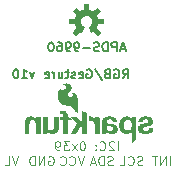
<source format=gbo>
%TF.GenerationSoftware,KiCad,Pcbnew,5.1.8-db9833491~88~ubuntu20.04.1*%
%TF.CreationDate,2020-12-19T13:22:12+05:30*%
%TF.ProjectId,SparkFun_APDS-9960_RGB_and_Gesture_Sensor,53706172-6b46-4756-9e5f-415044532d39,rev?*%
%TF.SameCoordinates,Original*%
%TF.FileFunction,Legend,Bot*%
%TF.FilePolarity,Positive*%
%FSLAX46Y46*%
G04 Gerber Fmt 4.6, Leading zero omitted, Abs format (unit mm)*
G04 Created by KiCad (PCBNEW 5.1.8-db9833491~88~ubuntu20.04.1) date 2020-12-19 13:22:12*
%MOMM*%
%LPD*%
G01*
G04 APERTURE LIST*
%ADD10C,0.127000*%
%ADD11C,0.121920*%
%ADD12C,0.100000*%
%ADD13C,2.082800*%
%ADD14C,3.302000*%
G04 APERTURE END LIST*
D10*
X130193142Y-85815714D02*
X130011714Y-86323714D01*
X129830285Y-85815714D01*
X129140857Y-86323714D02*
X129576285Y-86323714D01*
X129358571Y-86323714D02*
X129358571Y-85561714D01*
X129431142Y-85670571D01*
X129503714Y-85743142D01*
X129576285Y-85779428D01*
X128669142Y-85561714D02*
X128596571Y-85561714D01*
X128524000Y-85598000D01*
X128487714Y-85634285D01*
X128451428Y-85706857D01*
X128415142Y-85852000D01*
X128415142Y-86033428D01*
X128451428Y-86178571D01*
X128487714Y-86251142D01*
X128524000Y-86287428D01*
X128596571Y-86323714D01*
X128669142Y-86323714D01*
X128741714Y-86287428D01*
X128778000Y-86251142D01*
X128814285Y-86178571D01*
X128850571Y-86033428D01*
X128850571Y-85852000D01*
X128814285Y-85706857D01*
X128778000Y-85634285D01*
X128741714Y-85598000D01*
X128669142Y-85561714D01*
D11*
X131398312Y-92953840D02*
X131471851Y-92917070D01*
X131582160Y-92917070D01*
X131692468Y-92953840D01*
X131766007Y-93027379D01*
X131802777Y-93100918D01*
X131839546Y-93247996D01*
X131839546Y-93358304D01*
X131802777Y-93505382D01*
X131766007Y-93578921D01*
X131692468Y-93652460D01*
X131582160Y-93689230D01*
X131508620Y-93689230D01*
X131398312Y-93652460D01*
X131361542Y-93615691D01*
X131361542Y-93358304D01*
X131508620Y-93358304D01*
X131030617Y-93689230D02*
X131030617Y-92917070D01*
X130589382Y-93689230D01*
X130589382Y-92917070D01*
X130221687Y-93689230D02*
X130221687Y-92917070D01*
X130037840Y-92917070D01*
X129927531Y-92953840D01*
X129853992Y-93027379D01*
X129817222Y-93100918D01*
X129780453Y-93247996D01*
X129780453Y-93358304D01*
X129817222Y-93505382D01*
X129853992Y-93578921D01*
X129927531Y-93652460D01*
X130037840Y-93689230D01*
X130221687Y-93689230D01*
X134379546Y-92917070D02*
X134122160Y-93689230D01*
X133864773Y-92917070D01*
X133166152Y-93615691D02*
X133202921Y-93652460D01*
X133313230Y-93689230D01*
X133386769Y-93689230D01*
X133497078Y-93652460D01*
X133570617Y-93578921D01*
X133607386Y-93505382D01*
X133644156Y-93358304D01*
X133644156Y-93247996D01*
X133607386Y-93100918D01*
X133570617Y-93027379D01*
X133497078Y-92953840D01*
X133386769Y-92917070D01*
X133313230Y-92917070D01*
X133202921Y-92953840D01*
X133166152Y-92990609D01*
X132393992Y-93615691D02*
X132430761Y-93652460D01*
X132541070Y-93689230D01*
X132614609Y-93689230D01*
X132724918Y-93652460D01*
X132798457Y-93578921D01*
X132835226Y-93505382D01*
X132871996Y-93358304D01*
X132871996Y-93247996D01*
X132835226Y-93100918D01*
X132798457Y-93027379D01*
X132724918Y-92953840D01*
X132614609Y-92917070D01*
X132541070Y-92917070D01*
X132430761Y-92953840D01*
X132393992Y-92990609D01*
X136827622Y-93652460D02*
X136717314Y-93689230D01*
X136533466Y-93689230D01*
X136459927Y-93652460D01*
X136423158Y-93615691D01*
X136386388Y-93542152D01*
X136386388Y-93468613D01*
X136423158Y-93395074D01*
X136459927Y-93358304D01*
X136533466Y-93321535D01*
X136680544Y-93284765D01*
X136754083Y-93247996D01*
X136790853Y-93211226D01*
X136827622Y-93137687D01*
X136827622Y-93064148D01*
X136790853Y-92990609D01*
X136754083Y-92953840D01*
X136680544Y-92917070D01*
X136496697Y-92917070D01*
X136386388Y-92953840D01*
X136055462Y-93689230D02*
X136055462Y-92917070D01*
X135871615Y-92917070D01*
X135761306Y-92953840D01*
X135687767Y-93027379D01*
X135650998Y-93100918D01*
X135614228Y-93247996D01*
X135614228Y-93358304D01*
X135650998Y-93505382D01*
X135687767Y-93578921D01*
X135761306Y-93652460D01*
X135871615Y-93689230D01*
X136055462Y-93689230D01*
X135320072Y-93468613D02*
X134952377Y-93468613D01*
X135393611Y-93689230D02*
X135136224Y-92917070D01*
X134878838Y-93689230D01*
X139349238Y-93652460D02*
X139238929Y-93689230D01*
X139055081Y-93689230D01*
X138981542Y-93652460D01*
X138944773Y-93615691D01*
X138908003Y-93542152D01*
X138908003Y-93468613D01*
X138944773Y-93395074D01*
X138981542Y-93358304D01*
X139055081Y-93321535D01*
X139202160Y-93284765D01*
X139275699Y-93247996D01*
X139312468Y-93211226D01*
X139349238Y-93137687D01*
X139349238Y-93064148D01*
X139312468Y-92990609D01*
X139275699Y-92953840D01*
X139202160Y-92917070D01*
X139018312Y-92917070D01*
X138908003Y-92953840D01*
X138135843Y-93615691D02*
X138172613Y-93652460D01*
X138282921Y-93689230D01*
X138356460Y-93689230D01*
X138466769Y-93652460D01*
X138540308Y-93578921D01*
X138577078Y-93505382D01*
X138613847Y-93358304D01*
X138613847Y-93247996D01*
X138577078Y-93100918D01*
X138540308Y-93027379D01*
X138466769Y-92953840D01*
X138356460Y-92917070D01*
X138282921Y-92917070D01*
X138172613Y-92953840D01*
X138135843Y-92990609D01*
X137437222Y-93689230D02*
X137804918Y-93689230D01*
X137804918Y-92917070D01*
X141668620Y-93689230D02*
X141668620Y-92917070D01*
X141300925Y-93689230D02*
X141300925Y-92917070D01*
X140859691Y-93689230D01*
X140859691Y-92917070D01*
X140602304Y-92917070D02*
X140161070Y-92917070D01*
X140381687Y-93689230D02*
X140381687Y-92917070D01*
D10*
X137849428Y-83820000D02*
X137486571Y-83820000D01*
X137922000Y-84037714D02*
X137668000Y-83275714D01*
X137414000Y-84037714D01*
X137160000Y-84037714D02*
X137160000Y-83275714D01*
X136869714Y-83275714D01*
X136797142Y-83312000D01*
X136760857Y-83348285D01*
X136724571Y-83420857D01*
X136724571Y-83529714D01*
X136760857Y-83602285D01*
X136797142Y-83638571D01*
X136869714Y-83674857D01*
X137160000Y-83674857D01*
X136398000Y-84037714D02*
X136398000Y-83275714D01*
X136216571Y-83275714D01*
X136107714Y-83312000D01*
X136035142Y-83384571D01*
X135998857Y-83457142D01*
X135962571Y-83602285D01*
X135962571Y-83711142D01*
X135998857Y-83856285D01*
X136035142Y-83928857D01*
X136107714Y-84001428D01*
X136216571Y-84037714D01*
X136398000Y-84037714D01*
X135672285Y-84001428D02*
X135563428Y-84037714D01*
X135382000Y-84037714D01*
X135309428Y-84001428D01*
X135273142Y-83965142D01*
X135236857Y-83892571D01*
X135236857Y-83820000D01*
X135273142Y-83747428D01*
X135309428Y-83711142D01*
X135382000Y-83674857D01*
X135527142Y-83638571D01*
X135599714Y-83602285D01*
X135636000Y-83566000D01*
X135672285Y-83493428D01*
X135672285Y-83420857D01*
X135636000Y-83348285D01*
X135599714Y-83312000D01*
X135527142Y-83275714D01*
X135345714Y-83275714D01*
X135236857Y-83312000D01*
X134910285Y-83747428D02*
X134329714Y-83747428D01*
X133930571Y-84037714D02*
X133785428Y-84037714D01*
X133712857Y-84001428D01*
X133676571Y-83965142D01*
X133604000Y-83856285D01*
X133567714Y-83711142D01*
X133567714Y-83420857D01*
X133604000Y-83348285D01*
X133640285Y-83312000D01*
X133712857Y-83275714D01*
X133858000Y-83275714D01*
X133930571Y-83312000D01*
X133966857Y-83348285D01*
X134003142Y-83420857D01*
X134003142Y-83602285D01*
X133966857Y-83674857D01*
X133930571Y-83711142D01*
X133858000Y-83747428D01*
X133712857Y-83747428D01*
X133640285Y-83711142D01*
X133604000Y-83674857D01*
X133567714Y-83602285D01*
X133204857Y-84037714D02*
X133059714Y-84037714D01*
X132987142Y-84001428D01*
X132950857Y-83965142D01*
X132878285Y-83856285D01*
X132842000Y-83711142D01*
X132842000Y-83420857D01*
X132878285Y-83348285D01*
X132914571Y-83312000D01*
X132987142Y-83275714D01*
X133132285Y-83275714D01*
X133204857Y-83312000D01*
X133241142Y-83348285D01*
X133277428Y-83420857D01*
X133277428Y-83602285D01*
X133241142Y-83674857D01*
X133204857Y-83711142D01*
X133132285Y-83747428D01*
X132987142Y-83747428D01*
X132914571Y-83711142D01*
X132878285Y-83674857D01*
X132842000Y-83602285D01*
X132188857Y-83275714D02*
X132334000Y-83275714D01*
X132406571Y-83312000D01*
X132442857Y-83348285D01*
X132515428Y-83457142D01*
X132551714Y-83602285D01*
X132551714Y-83892571D01*
X132515428Y-83965142D01*
X132479142Y-84001428D01*
X132406571Y-84037714D01*
X132261428Y-84037714D01*
X132188857Y-84001428D01*
X132152571Y-83965142D01*
X132116285Y-83892571D01*
X132116285Y-83711142D01*
X132152571Y-83638571D01*
X132188857Y-83602285D01*
X132261428Y-83566000D01*
X132406571Y-83566000D01*
X132479142Y-83602285D01*
X132515428Y-83638571D01*
X132551714Y-83711142D01*
X131644571Y-83275714D02*
X131572000Y-83275714D01*
X131499428Y-83312000D01*
X131463142Y-83348285D01*
X131426857Y-83420857D01*
X131390571Y-83566000D01*
X131390571Y-83747428D01*
X131426857Y-83892571D01*
X131463142Y-83965142D01*
X131499428Y-84001428D01*
X131572000Y-84037714D01*
X131644571Y-84037714D01*
X131717142Y-84001428D01*
X131753428Y-83965142D01*
X131789714Y-83892571D01*
X131826000Y-83747428D01*
X131826000Y-83566000D01*
X131789714Y-83420857D01*
X131753428Y-83348285D01*
X131717142Y-83312000D01*
X131644571Y-83275714D01*
X137686142Y-86323714D02*
X137940142Y-85960857D01*
X138121571Y-86323714D02*
X138121571Y-85561714D01*
X137831285Y-85561714D01*
X137758714Y-85598000D01*
X137722428Y-85634285D01*
X137686142Y-85706857D01*
X137686142Y-85815714D01*
X137722428Y-85888285D01*
X137758714Y-85924571D01*
X137831285Y-85960857D01*
X138121571Y-85960857D01*
X136960428Y-85598000D02*
X137033000Y-85561714D01*
X137141857Y-85561714D01*
X137250714Y-85598000D01*
X137323285Y-85670571D01*
X137359571Y-85743142D01*
X137395857Y-85888285D01*
X137395857Y-85997142D01*
X137359571Y-86142285D01*
X137323285Y-86214857D01*
X137250714Y-86287428D01*
X137141857Y-86323714D01*
X137069285Y-86323714D01*
X136960428Y-86287428D01*
X136924142Y-86251142D01*
X136924142Y-85997142D01*
X137069285Y-85997142D01*
X136343571Y-85924571D02*
X136234714Y-85960857D01*
X136198428Y-85997142D01*
X136162142Y-86069714D01*
X136162142Y-86178571D01*
X136198428Y-86251142D01*
X136234714Y-86287428D01*
X136307285Y-86323714D01*
X136597571Y-86323714D01*
X136597571Y-85561714D01*
X136343571Y-85561714D01*
X136271000Y-85598000D01*
X136234714Y-85634285D01*
X136198428Y-85706857D01*
X136198428Y-85779428D01*
X136234714Y-85852000D01*
X136271000Y-85888285D01*
X136343571Y-85924571D01*
X136597571Y-85924571D01*
X135291285Y-85525428D02*
X135944428Y-86505142D01*
X134638142Y-85598000D02*
X134710714Y-85561714D01*
X134819571Y-85561714D01*
X134928428Y-85598000D01*
X135001000Y-85670571D01*
X135037285Y-85743142D01*
X135073571Y-85888285D01*
X135073571Y-85997142D01*
X135037285Y-86142285D01*
X135001000Y-86214857D01*
X134928428Y-86287428D01*
X134819571Y-86323714D01*
X134747000Y-86323714D01*
X134638142Y-86287428D01*
X134601857Y-86251142D01*
X134601857Y-85997142D01*
X134747000Y-85997142D01*
X133985000Y-86287428D02*
X134057571Y-86323714D01*
X134202714Y-86323714D01*
X134275285Y-86287428D01*
X134311571Y-86214857D01*
X134311571Y-85924571D01*
X134275285Y-85852000D01*
X134202714Y-85815714D01*
X134057571Y-85815714D01*
X133985000Y-85852000D01*
X133948714Y-85924571D01*
X133948714Y-85997142D01*
X134311571Y-86069714D01*
X133658428Y-86287428D02*
X133585857Y-86323714D01*
X133440714Y-86323714D01*
X133368142Y-86287428D01*
X133331857Y-86214857D01*
X133331857Y-86178571D01*
X133368142Y-86106000D01*
X133440714Y-86069714D01*
X133549571Y-86069714D01*
X133622142Y-86033428D01*
X133658428Y-85960857D01*
X133658428Y-85924571D01*
X133622142Y-85852000D01*
X133549571Y-85815714D01*
X133440714Y-85815714D01*
X133368142Y-85852000D01*
X133114142Y-85815714D02*
X132823857Y-85815714D01*
X133005285Y-85561714D02*
X133005285Y-86214857D01*
X132969000Y-86287428D01*
X132896428Y-86323714D01*
X132823857Y-86323714D01*
X132243285Y-85815714D02*
X132243285Y-86323714D01*
X132569857Y-85815714D02*
X132569857Y-86214857D01*
X132533571Y-86287428D01*
X132461000Y-86323714D01*
X132352142Y-86323714D01*
X132279571Y-86287428D01*
X132243285Y-86251142D01*
X131880428Y-86323714D02*
X131880428Y-85815714D01*
X131880428Y-85960857D02*
X131844142Y-85888285D01*
X131807857Y-85852000D01*
X131735285Y-85815714D01*
X131662714Y-85815714D01*
X131118428Y-86287428D02*
X131191000Y-86323714D01*
X131336142Y-86323714D01*
X131408714Y-86287428D01*
X131445000Y-86214857D01*
X131445000Y-85924571D01*
X131408714Y-85852000D01*
X131336142Y-85815714D01*
X131191000Y-85815714D01*
X131118428Y-85852000D01*
X131082142Y-85924571D01*
X131082142Y-85997142D01*
X131445000Y-86069714D01*
D11*
X137267405Y-92429390D02*
X137267405Y-91657230D01*
X136936480Y-91730769D02*
X136899710Y-91694000D01*
X136826171Y-91657230D01*
X136642323Y-91657230D01*
X136568784Y-91694000D01*
X136532015Y-91730769D01*
X136495245Y-91804308D01*
X136495245Y-91877847D01*
X136532015Y-91988156D01*
X136973249Y-92429390D01*
X136495245Y-92429390D01*
X135723085Y-92355851D02*
X135759855Y-92392620D01*
X135870163Y-92429390D01*
X135943702Y-92429390D01*
X136054011Y-92392620D01*
X136127550Y-92319081D01*
X136164320Y-92245542D01*
X136201089Y-92098464D01*
X136201089Y-91988156D01*
X136164320Y-91841078D01*
X136127550Y-91767539D01*
X136054011Y-91694000D01*
X135943702Y-91657230D01*
X135870163Y-91657230D01*
X135759855Y-91694000D01*
X135723085Y-91730769D01*
X135392160Y-92355851D02*
X135355390Y-92392620D01*
X135392160Y-92429390D01*
X135428929Y-92392620D01*
X135392160Y-92355851D01*
X135392160Y-92429390D01*
X135392160Y-91951386D02*
X135355390Y-91988156D01*
X135392160Y-92024925D01*
X135428929Y-91988156D01*
X135392160Y-91951386D01*
X135392160Y-92024925D01*
X134289074Y-91657230D02*
X134215535Y-91657230D01*
X134141996Y-91694000D01*
X134105226Y-91730769D01*
X134068457Y-91804308D01*
X134031687Y-91951386D01*
X134031687Y-92135234D01*
X134068457Y-92282312D01*
X134105226Y-92355851D01*
X134141996Y-92392620D01*
X134215535Y-92429390D01*
X134289074Y-92429390D01*
X134362613Y-92392620D01*
X134399382Y-92355851D01*
X134436152Y-92282312D01*
X134472921Y-92135234D01*
X134472921Y-91951386D01*
X134436152Y-91804308D01*
X134399382Y-91730769D01*
X134362613Y-91694000D01*
X134289074Y-91657230D01*
X133774300Y-92429390D02*
X133369836Y-91914617D01*
X133774300Y-91914617D02*
X133369836Y-92429390D01*
X133149219Y-91657230D02*
X132671215Y-91657230D01*
X132928601Y-91951386D01*
X132818293Y-91951386D01*
X132744754Y-91988156D01*
X132707984Y-92024925D01*
X132671215Y-92098464D01*
X132671215Y-92282312D01*
X132707984Y-92355851D01*
X132744754Y-92392620D01*
X132818293Y-92429390D01*
X133038910Y-92429390D01*
X133112449Y-92392620D01*
X133149219Y-92355851D01*
X132303520Y-92429390D02*
X132156441Y-92429390D01*
X132082902Y-92392620D01*
X132046133Y-92355851D01*
X131972594Y-92245542D01*
X131935824Y-92098464D01*
X131935824Y-91804308D01*
X131972594Y-91730769D01*
X132009363Y-91694000D01*
X132082902Y-91657230D01*
X132229980Y-91657230D01*
X132303520Y-91694000D01*
X132340289Y-91730769D01*
X132377059Y-91804308D01*
X132377059Y-91988156D01*
X132340289Y-92061695D01*
X132303520Y-92098464D01*
X132229980Y-92135234D01*
X132082902Y-92135234D01*
X132009363Y-92098464D01*
X131972594Y-92061695D01*
X131935824Y-91988156D01*
X128839927Y-92917070D02*
X128582540Y-93689230D01*
X128325154Y-92917070D01*
X127700072Y-93689230D02*
X128067767Y-93689230D01*
X128067767Y-92917070D01*
D12*
%TO.C,LOGO1*%
G36*
X139906000Y-90548000D02*
G01*
X139906000Y-90608000D01*
X139886000Y-90658000D01*
X139856000Y-90698000D01*
X139816000Y-90728000D01*
X139776000Y-90758000D01*
X139716000Y-90768000D01*
X139666000Y-90778000D01*
X139606000Y-90788000D01*
X139566000Y-90778000D01*
X139526000Y-90778000D01*
X139486000Y-90768000D01*
X139446000Y-90748000D01*
X139406000Y-90718000D01*
X139376000Y-90688000D01*
X139366000Y-90648000D01*
X139356000Y-90608000D01*
X139366000Y-90568000D01*
X139386000Y-90528000D01*
X139426000Y-90498000D01*
X139476000Y-90468000D01*
X139536000Y-90448000D01*
X139616000Y-90428000D01*
X139696000Y-90408000D01*
X139796000Y-90388000D01*
X139886000Y-90368000D01*
X139966000Y-90338000D01*
X140036000Y-90308000D01*
X140106000Y-90268000D01*
X140166000Y-90228000D01*
X140206000Y-90168000D01*
X140236000Y-90098000D01*
X140246000Y-90008000D01*
X140236000Y-89888000D01*
X140196000Y-89788000D01*
X140126000Y-89708000D01*
X140056000Y-89648000D01*
X139956000Y-89598000D01*
X139856000Y-89578000D01*
X139746000Y-89558000D01*
X139626000Y-89558000D01*
X139516000Y-89558000D01*
X139406000Y-89578000D01*
X139306000Y-89608000D01*
X139216000Y-89648000D01*
X139136000Y-89708000D01*
X139076000Y-89788000D01*
X139026000Y-89888000D01*
X139006000Y-90008000D01*
X139056000Y-90008000D01*
X139096000Y-90008000D01*
X139146000Y-90008000D01*
X139186000Y-90008000D01*
X139236000Y-90008000D01*
X139286000Y-90008000D01*
X139326000Y-90008000D01*
X139376000Y-90008000D01*
X139386000Y-89958000D01*
X139406000Y-89908000D01*
X139426000Y-89878000D01*
X139456000Y-89858000D01*
X139496000Y-89838000D01*
X139546000Y-89818000D01*
X139586000Y-89818000D01*
X139636000Y-89818000D01*
X139676000Y-89818000D01*
X139716000Y-89818000D01*
X139746000Y-89828000D01*
X139786000Y-89838000D01*
X139816000Y-89848000D01*
X139836000Y-89878000D01*
X139856000Y-89908000D01*
X139856000Y-89948000D01*
X139846000Y-89988000D01*
X139816000Y-90028000D01*
X139776000Y-90058000D01*
X139716000Y-90088000D01*
X139656000Y-90108000D01*
X139576000Y-90118000D01*
X139496000Y-90138000D01*
X139416000Y-90158000D01*
X139336000Y-90178000D01*
X139246000Y-90198000D01*
X139176000Y-90238000D01*
X139106000Y-90278000D01*
X139046000Y-90328000D01*
X139006000Y-90388000D01*
X138976000Y-90458000D01*
X138966000Y-90548000D01*
X138986000Y-90678000D01*
X139026000Y-90788000D01*
X139086000Y-90868000D01*
X139166000Y-90938000D01*
X139266000Y-90988000D01*
X139376000Y-91018000D01*
X139496000Y-91038000D01*
X139616000Y-91048000D01*
X139736000Y-91038000D01*
X139856000Y-91018000D01*
X139966000Y-90988000D01*
X140066000Y-90938000D01*
X140146000Y-90868000D01*
X140216000Y-90778000D01*
X140256000Y-90678000D01*
X140276000Y-90548000D01*
X140236000Y-90548000D01*
X140186000Y-90548000D01*
X140136000Y-90548000D01*
X140096000Y-90548000D01*
X140046000Y-90548000D01*
X140006000Y-90548000D01*
X139956000Y-90548000D01*
X139906000Y-90548000D01*
G37*
G36*
X137806000Y-90548000D02*
G01*
X137776000Y-90468000D01*
X137766000Y-90388000D01*
X137766000Y-90308000D01*
X137376000Y-90318000D01*
X137386000Y-90458000D01*
X137416000Y-90588000D01*
X137466000Y-90708000D01*
X137806000Y-90548000D01*
G37*
G36*
X137466000Y-90708000D02*
G01*
X137526000Y-90818000D01*
X137616000Y-90908000D01*
X137726000Y-90988000D01*
X137846000Y-91028000D01*
X137996000Y-91048000D01*
X138056000Y-91038000D01*
X138116000Y-91028000D01*
X138176000Y-91018000D01*
X138236000Y-90988000D01*
X138286000Y-90958000D01*
X138336000Y-90928000D01*
X138376000Y-90878000D01*
X138416000Y-90828000D01*
X138426000Y-90828000D01*
X138426000Y-90958000D01*
X138426000Y-91088000D01*
X138426000Y-91208000D01*
X138426000Y-91338000D01*
X138426000Y-91468000D01*
X138426000Y-91598000D01*
X138426000Y-91718000D01*
X138426000Y-91848000D01*
X138466000Y-91808000D01*
X138516000Y-91758000D01*
X138566000Y-91718000D01*
X138616000Y-91678000D01*
X138666000Y-91638000D01*
X138716000Y-91588000D01*
X138756000Y-91548000D01*
X138806000Y-91508000D01*
X138806000Y-91268000D01*
X138806000Y-91038000D01*
X138806000Y-90808000D01*
X138806000Y-90578000D01*
X138806000Y-90348000D01*
X138806000Y-90118000D01*
X138806000Y-89888000D01*
X138806000Y-89658000D01*
X138766000Y-89648000D01*
X138716000Y-89638000D01*
X138666000Y-89638000D01*
X138626000Y-89628000D01*
X138576000Y-89618000D01*
X138536000Y-89608000D01*
X138486000Y-89598000D01*
X138436000Y-89588000D01*
X138436000Y-89618000D01*
X138436000Y-89638000D01*
X138436000Y-89658000D01*
X138436000Y-89678000D01*
X138436000Y-89708000D01*
X138436000Y-89728000D01*
X138436000Y-89748000D01*
X138436000Y-89768000D01*
X138396000Y-89718000D01*
X138356000Y-89678000D01*
X138306000Y-89638000D01*
X138256000Y-89608000D01*
X138206000Y-89578000D01*
X138146000Y-89568000D01*
X138086000Y-89558000D01*
X138016000Y-89558000D01*
X137866000Y-89568000D01*
X137726000Y-89618000D01*
X137616000Y-89688000D01*
X137526000Y-89788000D01*
X137456000Y-89898000D01*
X137416000Y-90028000D01*
X137386000Y-90168000D01*
X137376000Y-90318000D01*
X137766000Y-90308000D01*
X137766000Y-90218000D01*
X137776000Y-90138000D01*
X137806000Y-90058000D01*
X137836000Y-89988000D01*
X137886000Y-89928000D01*
X137946000Y-89888000D01*
X138016000Y-89858000D01*
X138106000Y-89848000D01*
X138186000Y-89858000D01*
X138266000Y-89888000D01*
X138316000Y-89928000D01*
X138366000Y-89988000D01*
X138396000Y-90058000D01*
X138426000Y-90138000D01*
X138436000Y-90218000D01*
X138436000Y-90308000D01*
X138436000Y-90388000D01*
X138416000Y-90468000D01*
X138396000Y-90548000D01*
X138366000Y-90618000D01*
X138316000Y-90668000D01*
X138256000Y-90718000D01*
X138186000Y-90738000D01*
X138096000Y-90748000D01*
X138016000Y-90738000D01*
X137936000Y-90718000D01*
X137876000Y-90668000D01*
X137836000Y-90618000D01*
X137806000Y-90548000D01*
X137466000Y-90708000D01*
G37*
G36*
X136786000Y-90198000D02*
G01*
X136696000Y-90188000D01*
X136606000Y-90178000D01*
X136536000Y-90168000D01*
X136486000Y-90368000D01*
X136506000Y-90378000D01*
X136526000Y-90378000D01*
X136556000Y-90388000D01*
X136576000Y-90388000D01*
X136596000Y-90388000D01*
X136626000Y-90398000D01*
X136646000Y-90398000D01*
X136666000Y-90398000D01*
X136686000Y-90408000D01*
X136706000Y-90408000D01*
X136786000Y-90198000D01*
G37*
G36*
X136706000Y-90408000D02*
G01*
X136736000Y-90418000D01*
X136756000Y-90428000D01*
X136766000Y-90438000D01*
X136786000Y-90448000D01*
X136806000Y-90458000D01*
X136816000Y-90468000D01*
X136836000Y-90478000D01*
X136846000Y-90498000D01*
X136856000Y-90518000D01*
X136866000Y-90538000D01*
X136866000Y-90558000D01*
X136876000Y-90578000D01*
X136876000Y-90608000D01*
X136876000Y-90628000D01*
X136866000Y-90658000D01*
X136866000Y-90678000D01*
X136856000Y-90698000D01*
X136846000Y-90708000D01*
X136836000Y-90728000D01*
X136816000Y-90738000D01*
X136806000Y-90748000D01*
X136786000Y-90758000D01*
X136766000Y-90768000D01*
X136746000Y-90768000D01*
X136726000Y-90778000D01*
X136706000Y-90778000D01*
X136686000Y-90788000D01*
X136656000Y-90788000D01*
X136636000Y-90788000D01*
X136586000Y-90778000D01*
X136536000Y-90778000D01*
X136496000Y-90758000D01*
X136456000Y-90748000D01*
X136426000Y-90728000D01*
X136406000Y-90708000D01*
X136386000Y-90678000D01*
X136366000Y-90658000D01*
X136356000Y-90628000D01*
X136346000Y-90598000D01*
X136336000Y-90578000D01*
X136326000Y-90548000D01*
X136326000Y-90518000D01*
X136326000Y-90498000D01*
X136326000Y-90478000D01*
X136326000Y-90458000D01*
X136326000Y-90448000D01*
X136326000Y-90438000D01*
X136326000Y-90428000D01*
X136326000Y-90418000D01*
X136326000Y-90408000D01*
X136326000Y-90398000D01*
X136326000Y-90388000D01*
X136326000Y-90378000D01*
X136326000Y-90368000D01*
X136326000Y-90358000D01*
X136326000Y-90348000D01*
X136326000Y-90338000D01*
X136326000Y-90328000D01*
X136326000Y-90318000D01*
X136336000Y-90328000D01*
X136346000Y-90338000D01*
X136366000Y-90338000D01*
X136386000Y-90348000D01*
X136406000Y-90358000D01*
X136426000Y-90358000D01*
X136446000Y-90368000D01*
X136466000Y-90368000D01*
X136486000Y-90368000D01*
X136536000Y-90168000D01*
X136466000Y-90148000D01*
X136406000Y-90128000D01*
X136356000Y-90098000D01*
X136326000Y-90058000D01*
X136326000Y-90008000D01*
X136326000Y-89978000D01*
X136326000Y-89948000D01*
X136336000Y-89928000D01*
X136346000Y-89908000D01*
X136356000Y-89888000D01*
X136366000Y-89878000D01*
X136376000Y-89858000D01*
X136396000Y-89848000D01*
X136416000Y-89838000D01*
X136436000Y-89828000D01*
X136456000Y-89828000D01*
X136476000Y-89818000D01*
X136496000Y-89818000D01*
X136526000Y-89818000D01*
X136546000Y-89818000D01*
X136576000Y-89818000D01*
X136596000Y-89818000D01*
X136626000Y-89818000D01*
X136656000Y-89818000D01*
X136676000Y-89828000D01*
X136696000Y-89838000D01*
X136716000Y-89848000D01*
X136736000Y-89858000D01*
X136756000Y-89868000D01*
X136766000Y-89878000D01*
X136786000Y-89898000D01*
X136796000Y-89908000D01*
X136806000Y-89928000D01*
X136816000Y-89958000D01*
X136826000Y-89978000D01*
X136826000Y-89998000D01*
X136826000Y-90028000D01*
X136856000Y-90028000D01*
X136876000Y-90028000D01*
X136906000Y-90028000D01*
X136926000Y-90028000D01*
X136956000Y-90028000D01*
X136976000Y-90028000D01*
X136996000Y-90028000D01*
X137026000Y-90028000D01*
X137046000Y-90028000D01*
X137076000Y-90028000D01*
X137096000Y-90028000D01*
X137126000Y-90028000D01*
X137146000Y-90028000D01*
X137166000Y-90028000D01*
X137196000Y-90028000D01*
X137216000Y-90028000D01*
X137206000Y-89968000D01*
X137196000Y-89908000D01*
X137176000Y-89848000D01*
X137146000Y-89808000D01*
X137116000Y-89758000D01*
X137086000Y-89718000D01*
X137046000Y-89688000D01*
X136996000Y-89658000D01*
X136946000Y-89628000D01*
X136896000Y-89608000D01*
X136846000Y-89598000D01*
X136786000Y-89578000D01*
X136726000Y-89568000D01*
X136676000Y-89558000D01*
X136616000Y-89558000D01*
X136556000Y-89558000D01*
X136496000Y-89558000D01*
X136446000Y-89558000D01*
X136396000Y-89568000D01*
X136336000Y-89568000D01*
X136286000Y-89578000D01*
X136236000Y-89598000D01*
X136186000Y-89608000D01*
X136136000Y-89628000D01*
X136096000Y-89658000D01*
X136056000Y-89688000D01*
X136016000Y-89718000D01*
X135986000Y-89758000D01*
X135966000Y-89798000D01*
X135946000Y-89848000D01*
X135936000Y-89898000D01*
X135936000Y-89958000D01*
X135936000Y-90008000D01*
X135936000Y-90048000D01*
X135936000Y-90098000D01*
X135936000Y-90148000D01*
X135936000Y-90188000D01*
X135936000Y-90238000D01*
X135936000Y-90278000D01*
X135936000Y-90328000D01*
X135936000Y-90378000D01*
X135936000Y-90418000D01*
X135936000Y-90468000D01*
X135936000Y-90508000D01*
X135936000Y-90558000D01*
X135936000Y-90608000D01*
X135936000Y-90648000D01*
X135936000Y-90698000D01*
X135936000Y-90718000D01*
X135936000Y-90748000D01*
X135936000Y-90768000D01*
X135926000Y-90788000D01*
X135926000Y-90818000D01*
X135926000Y-90838000D01*
X135926000Y-90858000D01*
X135926000Y-90878000D01*
X135916000Y-90898000D01*
X135916000Y-90918000D01*
X135906000Y-90938000D01*
X135906000Y-90958000D01*
X135906000Y-90968000D01*
X135896000Y-90988000D01*
X135886000Y-90998000D01*
X135886000Y-91008000D01*
X135906000Y-91008000D01*
X135936000Y-91008000D01*
X135956000Y-91008000D01*
X135986000Y-91008000D01*
X136006000Y-91008000D01*
X136036000Y-91008000D01*
X136056000Y-91008000D01*
X136076000Y-91008000D01*
X136106000Y-91008000D01*
X136126000Y-91008000D01*
X136156000Y-91008000D01*
X136176000Y-91008000D01*
X136206000Y-91008000D01*
X136226000Y-91008000D01*
X136256000Y-91008000D01*
X136276000Y-91008000D01*
X136276000Y-90998000D01*
X136286000Y-90988000D01*
X136286000Y-90978000D01*
X136296000Y-90968000D01*
X136296000Y-90958000D01*
X136296000Y-90948000D01*
X136296000Y-90938000D01*
X136306000Y-90928000D01*
X136306000Y-90918000D01*
X136306000Y-90908000D01*
X136306000Y-90898000D01*
X136306000Y-90888000D01*
X136306000Y-90878000D01*
X136306000Y-90868000D01*
X136326000Y-90898000D01*
X136356000Y-90918000D01*
X136376000Y-90938000D01*
X136406000Y-90958000D01*
X136436000Y-90968000D01*
X136466000Y-90988000D01*
X136496000Y-90998000D01*
X136526000Y-91008000D01*
X136556000Y-91018000D01*
X136586000Y-91028000D01*
X136616000Y-91028000D01*
X136646000Y-91038000D01*
X136686000Y-91038000D01*
X136716000Y-91048000D01*
X136746000Y-91048000D01*
X136776000Y-91048000D01*
X136826000Y-91048000D01*
X136876000Y-91038000D01*
X136926000Y-91038000D01*
X136966000Y-91028000D01*
X137016000Y-91008000D01*
X137056000Y-90988000D01*
X137086000Y-90968000D01*
X137126000Y-90948000D01*
X137156000Y-90918000D01*
X137176000Y-90888000D01*
X137206000Y-90848000D01*
X137226000Y-90818000D01*
X137236000Y-90768000D01*
X137256000Y-90728000D01*
X137256000Y-90678000D01*
X137266000Y-90628000D01*
X137246000Y-90518000D01*
X137216000Y-90428000D01*
X137176000Y-90358000D01*
X137106000Y-90298000D01*
X137036000Y-90258000D01*
X136956000Y-90228000D01*
X136876000Y-90208000D01*
X136786000Y-90198000D01*
X136706000Y-90408000D01*
G37*
G36*
X135716000Y-89658000D02*
G01*
X135666000Y-89648000D01*
X135626000Y-89638000D01*
X135576000Y-89638000D01*
X135526000Y-89628000D01*
X135486000Y-89618000D01*
X135436000Y-89608000D01*
X135386000Y-89598000D01*
X135346000Y-89588000D01*
X135346000Y-89628000D01*
X135346000Y-89658000D01*
X135346000Y-89688000D01*
X135346000Y-89728000D01*
X135346000Y-89758000D01*
X135346000Y-89788000D01*
X135346000Y-89818000D01*
X135346000Y-89858000D01*
X135306000Y-89788000D01*
X135266000Y-89738000D01*
X135216000Y-89678000D01*
X135166000Y-89638000D01*
X135096000Y-89598000D01*
X135036000Y-89578000D01*
X134966000Y-89558000D01*
X134886000Y-89558000D01*
X134876000Y-89558000D01*
X134866000Y-89558000D01*
X134856000Y-89558000D01*
X134846000Y-89558000D01*
X134836000Y-89558000D01*
X134826000Y-89558000D01*
X134816000Y-89568000D01*
X134806000Y-89568000D01*
X134806000Y-89618000D01*
X134806000Y-89658000D01*
X134806000Y-89708000D01*
X134806000Y-89748000D01*
X134806000Y-89798000D01*
X134806000Y-89838000D01*
X134806000Y-89888000D01*
X134806000Y-89928000D01*
X134816000Y-89928000D01*
X134836000Y-89918000D01*
X134856000Y-89918000D01*
X134876000Y-89918000D01*
X134886000Y-89918000D01*
X134906000Y-89918000D01*
X134926000Y-89918000D01*
X134946000Y-89918000D01*
X135046000Y-89928000D01*
X135126000Y-89948000D01*
X135196000Y-89988000D01*
X135246000Y-90048000D01*
X135286000Y-90118000D01*
X135306000Y-90188000D01*
X135326000Y-90278000D01*
X135326000Y-90368000D01*
X135326000Y-90448000D01*
X135326000Y-90528000D01*
X135326000Y-90608000D01*
X135326000Y-90688000D01*
X135326000Y-90768000D01*
X135326000Y-90848000D01*
X135326000Y-90928000D01*
X135326000Y-91008000D01*
X135376000Y-91008000D01*
X135426000Y-91008000D01*
X135476000Y-91008000D01*
X135526000Y-91008000D01*
X135576000Y-91008000D01*
X135616000Y-91008000D01*
X135666000Y-91008000D01*
X135716000Y-91008000D01*
X135716000Y-90838000D01*
X135716000Y-90668000D01*
X135716000Y-90498000D01*
X135716000Y-90328000D01*
X135716000Y-90168000D01*
X135716000Y-89998000D01*
X135716000Y-89828000D01*
X135716000Y-89658000D01*
G37*
G36*
X134656000Y-89268000D02*
G01*
X134266000Y-89058000D01*
X134266000Y-90098000D01*
X133776000Y-89588000D01*
X133316000Y-89588000D01*
X133846000Y-90108000D01*
X133256000Y-91008000D01*
X133726000Y-91008000D01*
X134116000Y-90378000D01*
X134266000Y-90518000D01*
X134266000Y-91008000D01*
X134656000Y-91008000D01*
X134656000Y-89268000D01*
G37*
G36*
X133016000Y-89848000D02*
G01*
X133066000Y-89848000D01*
X133116000Y-89848000D01*
X133166000Y-89848000D01*
X133206000Y-89848000D01*
X133256000Y-89848000D01*
X133306000Y-89848000D01*
X133356000Y-89848000D01*
X133406000Y-89848000D01*
X133366000Y-89818000D01*
X133336000Y-89788000D01*
X133306000Y-89758000D01*
X133266000Y-89718000D01*
X133236000Y-89688000D01*
X133206000Y-89658000D01*
X133166000Y-89628000D01*
X133136000Y-89588000D01*
X133126000Y-89588000D01*
X133106000Y-89588000D01*
X133096000Y-89588000D01*
X133076000Y-89588000D01*
X133066000Y-89588000D01*
X133046000Y-89588000D01*
X133036000Y-89588000D01*
X133016000Y-89588000D01*
X133016000Y-89578000D01*
X133016000Y-89568000D01*
X133016000Y-89548000D01*
X133016000Y-89538000D01*
X133016000Y-89528000D01*
X133016000Y-89508000D01*
X133016000Y-89498000D01*
X133016000Y-89488000D01*
X133016000Y-89388000D01*
X132986000Y-89308000D01*
X132956000Y-89238000D01*
X132906000Y-89178000D01*
X132836000Y-89128000D01*
X132756000Y-89088000D01*
X132656000Y-89058000D01*
X132546000Y-89058000D01*
X132516000Y-89058000D01*
X132496000Y-89058000D01*
X132466000Y-89058000D01*
X132446000Y-89058000D01*
X132416000Y-89058000D01*
X132396000Y-89058000D01*
X132366000Y-89058000D01*
X132346000Y-89068000D01*
X132346000Y-89098000D01*
X132346000Y-89138000D01*
X132346000Y-89168000D01*
X132346000Y-89208000D01*
X132346000Y-89248000D01*
X132346000Y-89278000D01*
X132346000Y-89318000D01*
X132346000Y-89348000D01*
X132356000Y-89348000D01*
X132376000Y-89348000D01*
X132396000Y-89348000D01*
X132416000Y-89348000D01*
X132426000Y-89348000D01*
X132446000Y-89348000D01*
X132466000Y-89348000D01*
X132486000Y-89348000D01*
X132516000Y-89348000D01*
X132556000Y-89358000D01*
X132576000Y-89368000D01*
X132596000Y-89378000D01*
X132616000Y-89408000D01*
X132626000Y-89428000D01*
X132626000Y-89468000D01*
X132636000Y-89508000D01*
X132636000Y-89518000D01*
X132636000Y-89528000D01*
X132636000Y-89538000D01*
X132636000Y-89548000D01*
X132636000Y-89558000D01*
X132636000Y-89568000D01*
X132636000Y-89578000D01*
X132636000Y-89588000D01*
X132596000Y-89588000D01*
X132566000Y-89588000D01*
X132526000Y-89588000D01*
X132496000Y-89588000D01*
X132466000Y-89588000D01*
X132426000Y-89588000D01*
X132396000Y-89588000D01*
X132366000Y-89588000D01*
X132366000Y-89628000D01*
X132366000Y-89658000D01*
X132366000Y-89688000D01*
X132366000Y-89718000D01*
X132366000Y-89758000D01*
X132366000Y-89788000D01*
X132366000Y-89818000D01*
X132366000Y-89848000D01*
X132396000Y-89848000D01*
X132426000Y-89848000D01*
X132466000Y-89848000D01*
X132496000Y-89848000D01*
X132526000Y-89848000D01*
X132566000Y-89848000D01*
X132596000Y-89848000D01*
X132636000Y-89848000D01*
X132636000Y-89998000D01*
X132636000Y-90138000D01*
X132636000Y-90288000D01*
X132636000Y-90428000D01*
X132636000Y-90578000D01*
X132636000Y-90718000D01*
X132636000Y-90858000D01*
X132636000Y-91008000D01*
X132676000Y-91008000D01*
X132726000Y-91008000D01*
X132776000Y-91008000D01*
X132826000Y-91008000D01*
X132876000Y-91008000D01*
X132926000Y-91008000D01*
X132976000Y-91008000D01*
X133016000Y-91008000D01*
X133016000Y-90858000D01*
X133016000Y-90718000D01*
X133016000Y-90578000D01*
X133016000Y-90428000D01*
X133016000Y-90288000D01*
X133016000Y-90138000D01*
X133016000Y-89998000D01*
X133016000Y-89848000D01*
G37*
G36*
X130926000Y-91008000D02*
G01*
X130976000Y-91008000D01*
X131016000Y-91008000D01*
X131066000Y-91008000D01*
X131116000Y-91008000D01*
X131156000Y-91008000D01*
X131206000Y-91008000D01*
X131246000Y-91008000D01*
X131296000Y-91008000D01*
X131296000Y-90978000D01*
X131296000Y-90958000D01*
X131296000Y-90928000D01*
X131296000Y-90908000D01*
X131296000Y-90888000D01*
X131296000Y-90858000D01*
X131296000Y-90838000D01*
X131296000Y-90808000D01*
X131306000Y-90808000D01*
X131346000Y-90868000D01*
X131386000Y-90918000D01*
X131436000Y-90958000D01*
X131496000Y-90988000D01*
X131546000Y-91008000D01*
X131606000Y-91028000D01*
X131676000Y-91038000D01*
X131736000Y-91048000D01*
X131876000Y-91038000D01*
X131986000Y-90998000D01*
X132076000Y-90948000D01*
X132146000Y-90888000D01*
X132196000Y-90798000D01*
X132226000Y-90698000D01*
X132246000Y-90588000D01*
X132246000Y-90458000D01*
X132246000Y-90358000D01*
X132246000Y-90248000D01*
X132246000Y-90138000D01*
X132246000Y-90028000D01*
X132246000Y-89918000D01*
X132246000Y-89808000D01*
X132246000Y-89698000D01*
X132246000Y-89588000D01*
X132206000Y-89588000D01*
X132156000Y-89588000D01*
X132106000Y-89588000D01*
X132056000Y-89588000D01*
X132006000Y-89588000D01*
X131956000Y-89588000D01*
X131906000Y-89588000D01*
X131866000Y-89588000D01*
X131866000Y-89688000D01*
X131866000Y-89788000D01*
X131866000Y-89888000D01*
X131866000Y-89988000D01*
X131866000Y-90088000D01*
X131866000Y-90188000D01*
X131866000Y-90288000D01*
X131866000Y-90388000D01*
X131856000Y-90468000D01*
X131846000Y-90548000D01*
X131836000Y-90608000D01*
X131806000Y-90648000D01*
X131776000Y-90688000D01*
X131726000Y-90718000D01*
X131676000Y-90728000D01*
X131616000Y-90738000D01*
X131536000Y-90728000D01*
X131476000Y-90718000D01*
X131426000Y-90688000D01*
X131386000Y-90648000D01*
X131356000Y-90588000D01*
X131326000Y-90518000D01*
X131316000Y-90438000D01*
X131316000Y-90338000D01*
X131316000Y-90238000D01*
X131316000Y-90148000D01*
X131316000Y-90058000D01*
X131316000Y-89968000D01*
X131316000Y-89868000D01*
X131316000Y-89778000D01*
X131316000Y-89688000D01*
X131316000Y-89588000D01*
X131266000Y-89588000D01*
X131216000Y-89588000D01*
X131166000Y-89588000D01*
X131116000Y-89588000D01*
X131066000Y-89588000D01*
X131016000Y-89588000D01*
X130976000Y-89588000D01*
X130926000Y-89588000D01*
X130926000Y-89768000D01*
X130926000Y-89948000D01*
X130926000Y-90118000D01*
X130926000Y-90298000D01*
X130926000Y-90478000D01*
X130926000Y-90658000D01*
X130926000Y-90828000D01*
X130926000Y-91008000D01*
G37*
G36*
X130716000Y-89588000D02*
G01*
X130666000Y-89588000D01*
X130616000Y-89588000D01*
X130576000Y-89588000D01*
X130526000Y-89588000D01*
X130486000Y-89588000D01*
X130436000Y-89588000D01*
X130386000Y-89588000D01*
X130346000Y-89588000D01*
X130346000Y-89618000D01*
X130346000Y-89638000D01*
X130346000Y-89668000D01*
X130346000Y-89688000D01*
X130346000Y-89718000D01*
X130346000Y-89738000D01*
X130346000Y-89768000D01*
X130346000Y-89788000D01*
X130336000Y-89788000D01*
X130296000Y-89728000D01*
X130256000Y-89688000D01*
X130206000Y-89648000D01*
X130146000Y-89608000D01*
X130086000Y-89588000D01*
X130026000Y-89568000D01*
X129966000Y-89558000D01*
X129906000Y-89558000D01*
X129766000Y-89568000D01*
X129656000Y-89598000D01*
X129566000Y-89648000D01*
X129496000Y-89718000D01*
X129446000Y-89798000D01*
X129416000Y-89898000D01*
X129396000Y-90008000D01*
X129386000Y-90138000D01*
X129386000Y-90248000D01*
X129386000Y-90358000D01*
X129386000Y-90458000D01*
X129386000Y-90568000D01*
X129386000Y-90678000D01*
X129386000Y-90788000D01*
X129386000Y-90898000D01*
X129386000Y-91008000D01*
X129436000Y-91008000D01*
X129486000Y-91008000D01*
X129536000Y-91008000D01*
X129586000Y-91008000D01*
X129636000Y-91008000D01*
X129686000Y-91008000D01*
X129726000Y-91008000D01*
X129776000Y-91008000D01*
X129776000Y-90908000D01*
X129776000Y-90808000D01*
X129776000Y-90708000D01*
X129776000Y-90608000D01*
X129776000Y-90508000D01*
X129776000Y-90408000D01*
X129776000Y-90308000D01*
X129776000Y-90208000D01*
X129786000Y-90128000D01*
X129796000Y-90058000D01*
X129806000Y-89998000D01*
X129836000Y-89948000D01*
X129866000Y-89908000D01*
X129916000Y-89878000D01*
X129966000Y-89868000D01*
X130026000Y-89858000D01*
X130106000Y-89868000D01*
X130166000Y-89878000D01*
X130216000Y-89908000D01*
X130256000Y-89958000D01*
X130286000Y-90008000D01*
X130316000Y-90078000D01*
X130326000Y-90168000D01*
X130326000Y-90268000D01*
X130326000Y-90358000D01*
X130326000Y-90448000D01*
X130326000Y-90538000D01*
X130326000Y-90638000D01*
X130326000Y-90728000D01*
X130326000Y-90818000D01*
X130326000Y-90918000D01*
X130326000Y-91008000D01*
X130376000Y-91008000D01*
X130426000Y-91008000D01*
X130476000Y-91008000D01*
X130526000Y-91008000D01*
X130576000Y-91008000D01*
X130616000Y-91008000D01*
X130666000Y-91008000D01*
X130716000Y-91008000D01*
X130716000Y-90828000D01*
X130716000Y-90648000D01*
X130716000Y-90478000D01*
X130716000Y-90298000D01*
X130716000Y-90118000D01*
X130716000Y-89948000D01*
X130716000Y-89768000D01*
X130716000Y-89588000D01*
G37*
G36*
X132466000Y-87168000D02*
G01*
X132466000Y-87188000D01*
X132466000Y-87218000D01*
X132466000Y-87248000D01*
X132476000Y-87278000D01*
X132486000Y-87308000D01*
X132516000Y-87328000D01*
X132546000Y-87338000D01*
X132576000Y-87338000D01*
X132616000Y-87338000D01*
X132656000Y-87318000D01*
X132696000Y-87298000D01*
X132726000Y-87278000D01*
X132766000Y-87248000D01*
X132796000Y-87228000D01*
X132826000Y-87198000D01*
X132846000Y-87158000D01*
X132866000Y-87128000D01*
X132876000Y-87088000D01*
X132886000Y-87058000D01*
X132876000Y-87028000D01*
X132866000Y-87008000D01*
X132856000Y-86978000D01*
X132836000Y-86948000D01*
X132796000Y-86918000D01*
X132756000Y-86898000D01*
X132706000Y-86888000D01*
X132666000Y-86878000D01*
X132636000Y-86878000D01*
X132606000Y-86888000D01*
X132586000Y-86888000D01*
X132576000Y-86888000D01*
X132586000Y-86878000D01*
X132626000Y-86848000D01*
X132686000Y-86818000D01*
X132766000Y-86788000D01*
X132856000Y-86758000D01*
X132956000Y-86758000D01*
X133066000Y-86778000D01*
X133176000Y-86838000D01*
X133266000Y-86918000D01*
X133316000Y-86988000D01*
X133346000Y-87078000D01*
X133346000Y-87158000D01*
X133326000Y-87248000D01*
X133276000Y-87338000D01*
X133206000Y-87418000D01*
X133126000Y-87508000D01*
X133056000Y-87588000D01*
X133026000Y-87658000D01*
X133026000Y-87728000D01*
X133046000Y-87788000D01*
X133086000Y-87838000D01*
X133146000Y-87878000D01*
X133226000Y-87898000D01*
X133306000Y-87898000D01*
X133356000Y-87888000D01*
X133406000Y-87868000D01*
X133436000Y-87848000D01*
X133466000Y-87818000D01*
X133486000Y-87778000D01*
X133496000Y-87748000D01*
X133496000Y-87718000D01*
X133486000Y-87688000D01*
X133466000Y-87658000D01*
X133446000Y-87638000D01*
X133426000Y-87618000D01*
X133396000Y-87608000D01*
X133376000Y-87598000D01*
X133356000Y-87588000D01*
X133346000Y-87578000D01*
X133366000Y-87568000D01*
X133386000Y-87568000D01*
X133426000Y-87558000D01*
X133466000Y-87558000D01*
X133506000Y-87558000D01*
X133566000Y-87568000D01*
X133616000Y-87588000D01*
X133666000Y-87608000D01*
X133706000Y-87638000D01*
X133756000Y-87668000D01*
X133786000Y-87718000D01*
X133816000Y-87778000D01*
X133836000Y-87838000D01*
X133846000Y-87928000D01*
X133856000Y-88018000D01*
X133856000Y-88178000D01*
X133856000Y-88338000D01*
X133856000Y-88498000D01*
X133856000Y-88658000D01*
X133856000Y-88818000D01*
X133856000Y-88978000D01*
X133856000Y-89138000D01*
X133856000Y-89298000D01*
X133846000Y-89298000D01*
X133826000Y-89268000D01*
X133796000Y-89238000D01*
X133766000Y-89198000D01*
X133716000Y-89148000D01*
X133666000Y-89088000D01*
X133606000Y-89028000D01*
X133556000Y-88958000D01*
X133486000Y-88888000D01*
X133426000Y-88828000D01*
X133376000Y-88768000D01*
X133326000Y-88728000D01*
X133276000Y-88688000D01*
X133226000Y-88658000D01*
X133166000Y-88648000D01*
X133096000Y-88648000D01*
X132976000Y-88648000D01*
X132856000Y-88628000D01*
X132746000Y-88598000D01*
X132646000Y-88558000D01*
X132546000Y-88498000D01*
X132466000Y-88428000D01*
X132386000Y-88348000D01*
X132316000Y-88258000D01*
X132216000Y-88078000D01*
X132166000Y-87898000D01*
X132156000Y-87718000D01*
X132186000Y-87558000D01*
X132236000Y-87418000D01*
X132306000Y-87298000D01*
X132386000Y-87208000D01*
X132466000Y-87168000D01*
G37*
%TO.C,LOGO2*%
G36*
X134225300Y-82486800D02*
G01*
X134073500Y-82408600D01*
X133696500Y-82716000D01*
X133438000Y-82457500D01*
X133745400Y-82080500D01*
X133615100Y-81766000D01*
X133131200Y-81716800D01*
X133131200Y-81351200D01*
X133615100Y-81302000D01*
X133745400Y-80987500D01*
X133438000Y-80610500D01*
X133696500Y-80352000D01*
X134073500Y-80659400D01*
X134225336Y-80581183D01*
X134388000Y-80529100D01*
X134437200Y-80045200D01*
X134802800Y-80045200D01*
X134852000Y-80529100D01*
X135166500Y-80659400D01*
X135543500Y-80352000D01*
X135802000Y-80610500D01*
X135494600Y-80987500D01*
X135624900Y-81302000D01*
X136108800Y-81351200D01*
X136108800Y-81716800D01*
X135624900Y-81766000D01*
X135494600Y-82080500D01*
X135802000Y-82457500D01*
X135543500Y-82716000D01*
X135166500Y-82408600D01*
X135092221Y-82450847D01*
X135014700Y-82486800D01*
X134799400Y-81967100D01*
X134799399Y-81967100D01*
X134951500Y-81865493D01*
X135088800Y-81534000D01*
X135066639Y-81391679D01*
X135002309Y-81262807D01*
X134901885Y-81159553D01*
X134774849Y-81091667D01*
X134633199Y-81065561D01*
X134490309Y-81083698D01*
X134359674Y-81144367D01*
X134253628Y-81241839D01*
X134182186Y-81366909D01*
X134152094Y-81507766D01*
X134166194Y-81651111D01*
X134223154Y-81783406D01*
X134317595Y-81892159D01*
X134440600Y-81967100D01*
X134225300Y-82486800D01*
G37*
%TD*%
%LPC*%
D13*
%TO.C,JP1*%
X140970000Y-95250000D03*
X138430000Y-95250000D03*
X135890000Y-95250000D03*
X133350000Y-95250000D03*
X130810000Y-95250000D03*
X128270000Y-95250000D03*
%TD*%
D14*
%TO.C,STANDOFF1*%
X129540000Y-78740000D03*
%TD*%
%TO.C,STANDOFF2*%
X139700000Y-78740000D03*
%TD*%
M02*

</source>
